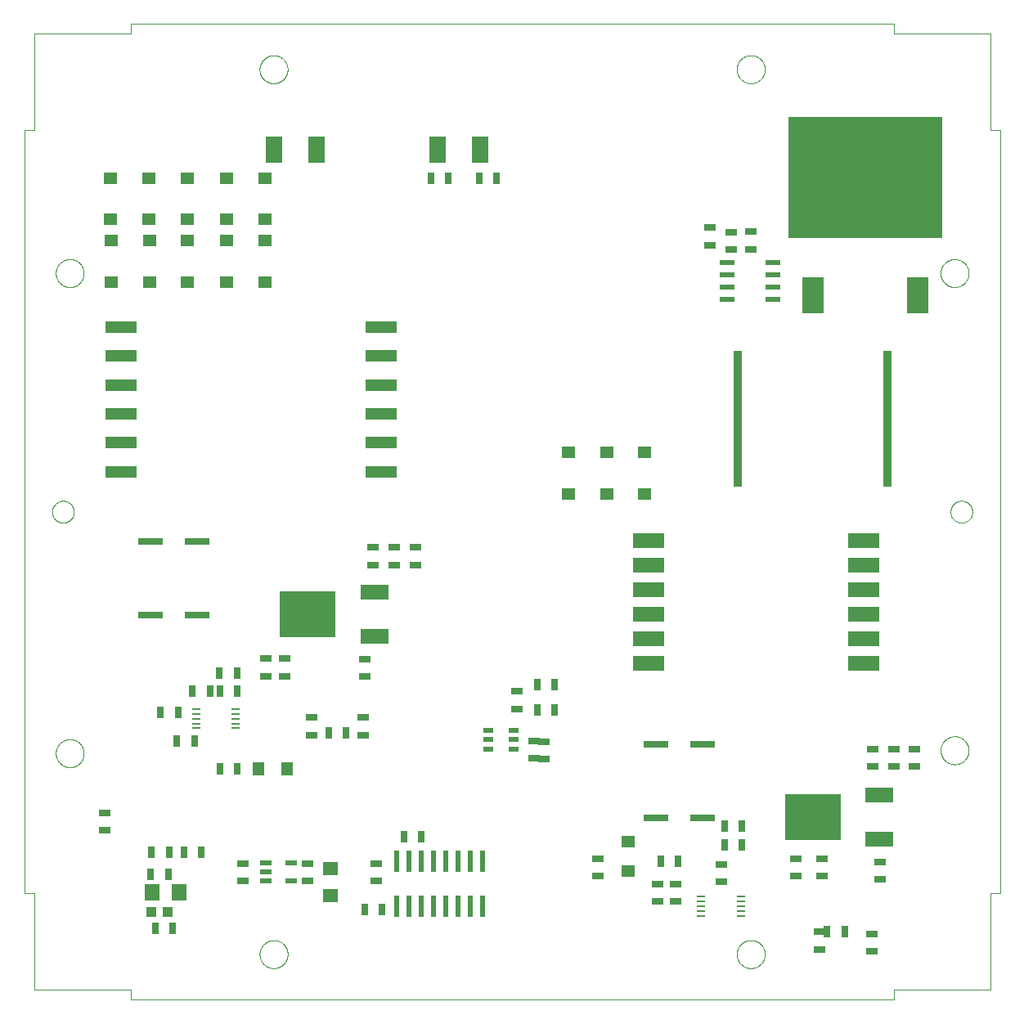
<source format=gtp>
G75*
%MOIN*%
%OFA0B0*%
%FSLAX25Y25*%
%IPPOS*%
%LPD*%
%AMOC8*
5,1,8,0,0,1.08239X$1,22.5*
%
%ADD10C,0.00000*%
%ADD11R,0.03150X0.04724*%
%ADD12R,0.05787X0.05000*%
%ADD13R,0.11811X0.06299*%
%ADD14R,0.22500X0.19000*%
%ADD15R,0.04724X0.03150*%
%ADD16R,0.03445X0.00984*%
%ADD17R,0.13000X0.05000*%
%ADD18R,0.04724X0.05512*%
%ADD19R,0.13000X0.06000*%
%ADD20R,0.05512X0.04724*%
%ADD21R,0.04134X0.02362*%
%ADD22R,0.06102X0.02362*%
%ADD23R,0.04331X0.03937*%
%ADD24R,0.06299X0.07087*%
%ADD25R,0.10236X0.03150*%
%ADD26R,0.09134X0.15000*%
%ADD27R,0.62795X0.49409*%
%ADD28R,0.03543X0.55512*%
%ADD29R,0.02208X0.08583*%
%ADD30R,0.07087X0.10630*%
%ADD31R,0.04724X0.02362*%
%ADD32R,0.06299X0.05512*%
D10*
X0021485Y0009674D02*
X0060855Y0009674D01*
X0060855Y0005737D01*
X0371879Y0005737D01*
X0371879Y0009674D01*
X0411249Y0009674D01*
X0411249Y0049044D01*
X0415186Y0049044D01*
X0415186Y0360068D01*
X0411249Y0360068D01*
X0411249Y0399438D01*
X0371879Y0399438D01*
X0371879Y0403375D01*
X0060855Y0403375D01*
X0060855Y0399438D01*
X0021485Y0399438D01*
X0021485Y0360068D01*
X0017548Y0360068D01*
X0017548Y0049044D01*
X0021485Y0049044D01*
X0021485Y0009674D01*
X0030343Y0106131D02*
X0030345Y0106282D01*
X0030351Y0106432D01*
X0030361Y0106583D01*
X0030375Y0106733D01*
X0030393Y0106882D01*
X0030414Y0107032D01*
X0030440Y0107180D01*
X0030470Y0107328D01*
X0030503Y0107475D01*
X0030541Y0107621D01*
X0030582Y0107766D01*
X0030627Y0107910D01*
X0030676Y0108052D01*
X0030729Y0108193D01*
X0030785Y0108333D01*
X0030845Y0108471D01*
X0030908Y0108608D01*
X0030976Y0108743D01*
X0031046Y0108876D01*
X0031120Y0109007D01*
X0031198Y0109136D01*
X0031279Y0109263D01*
X0031363Y0109388D01*
X0031451Y0109511D01*
X0031542Y0109631D01*
X0031636Y0109749D01*
X0031733Y0109864D01*
X0031833Y0109977D01*
X0031936Y0110087D01*
X0032042Y0110194D01*
X0032151Y0110299D01*
X0032262Y0110400D01*
X0032376Y0110499D01*
X0032492Y0110594D01*
X0032612Y0110687D01*
X0032733Y0110776D01*
X0032857Y0110862D01*
X0032983Y0110945D01*
X0033111Y0111024D01*
X0033241Y0111100D01*
X0033373Y0111173D01*
X0033507Y0111241D01*
X0033643Y0111307D01*
X0033781Y0111369D01*
X0033920Y0111427D01*
X0034060Y0111481D01*
X0034202Y0111532D01*
X0034345Y0111579D01*
X0034490Y0111622D01*
X0034635Y0111661D01*
X0034782Y0111697D01*
X0034929Y0111728D01*
X0035077Y0111756D01*
X0035226Y0111780D01*
X0035375Y0111800D01*
X0035525Y0111816D01*
X0035675Y0111828D01*
X0035826Y0111836D01*
X0035977Y0111840D01*
X0036127Y0111840D01*
X0036278Y0111836D01*
X0036429Y0111828D01*
X0036579Y0111816D01*
X0036729Y0111800D01*
X0036878Y0111780D01*
X0037027Y0111756D01*
X0037175Y0111728D01*
X0037322Y0111697D01*
X0037469Y0111661D01*
X0037614Y0111622D01*
X0037759Y0111579D01*
X0037902Y0111532D01*
X0038044Y0111481D01*
X0038184Y0111427D01*
X0038323Y0111369D01*
X0038461Y0111307D01*
X0038597Y0111241D01*
X0038731Y0111173D01*
X0038863Y0111100D01*
X0038993Y0111024D01*
X0039121Y0110945D01*
X0039247Y0110862D01*
X0039371Y0110776D01*
X0039492Y0110687D01*
X0039612Y0110594D01*
X0039728Y0110499D01*
X0039842Y0110400D01*
X0039953Y0110299D01*
X0040062Y0110194D01*
X0040168Y0110087D01*
X0040271Y0109977D01*
X0040371Y0109864D01*
X0040468Y0109749D01*
X0040562Y0109631D01*
X0040653Y0109511D01*
X0040741Y0109388D01*
X0040825Y0109263D01*
X0040906Y0109136D01*
X0040984Y0109007D01*
X0041058Y0108876D01*
X0041128Y0108743D01*
X0041196Y0108608D01*
X0041259Y0108471D01*
X0041319Y0108333D01*
X0041375Y0108193D01*
X0041428Y0108052D01*
X0041477Y0107910D01*
X0041522Y0107766D01*
X0041563Y0107621D01*
X0041601Y0107475D01*
X0041634Y0107328D01*
X0041664Y0107180D01*
X0041690Y0107032D01*
X0041711Y0106882D01*
X0041729Y0106733D01*
X0041743Y0106583D01*
X0041753Y0106432D01*
X0041759Y0106282D01*
X0041761Y0106131D01*
X0041759Y0105980D01*
X0041753Y0105830D01*
X0041743Y0105679D01*
X0041729Y0105529D01*
X0041711Y0105380D01*
X0041690Y0105230D01*
X0041664Y0105082D01*
X0041634Y0104934D01*
X0041601Y0104787D01*
X0041563Y0104641D01*
X0041522Y0104496D01*
X0041477Y0104352D01*
X0041428Y0104210D01*
X0041375Y0104069D01*
X0041319Y0103929D01*
X0041259Y0103791D01*
X0041196Y0103654D01*
X0041128Y0103519D01*
X0041058Y0103386D01*
X0040984Y0103255D01*
X0040906Y0103126D01*
X0040825Y0102999D01*
X0040741Y0102874D01*
X0040653Y0102751D01*
X0040562Y0102631D01*
X0040468Y0102513D01*
X0040371Y0102398D01*
X0040271Y0102285D01*
X0040168Y0102175D01*
X0040062Y0102068D01*
X0039953Y0101963D01*
X0039842Y0101862D01*
X0039728Y0101763D01*
X0039612Y0101668D01*
X0039492Y0101575D01*
X0039371Y0101486D01*
X0039247Y0101400D01*
X0039121Y0101317D01*
X0038993Y0101238D01*
X0038863Y0101162D01*
X0038731Y0101089D01*
X0038597Y0101021D01*
X0038461Y0100955D01*
X0038323Y0100893D01*
X0038184Y0100835D01*
X0038044Y0100781D01*
X0037902Y0100730D01*
X0037759Y0100683D01*
X0037614Y0100640D01*
X0037469Y0100601D01*
X0037322Y0100565D01*
X0037175Y0100534D01*
X0037027Y0100506D01*
X0036878Y0100482D01*
X0036729Y0100462D01*
X0036579Y0100446D01*
X0036429Y0100434D01*
X0036278Y0100426D01*
X0036127Y0100422D01*
X0035977Y0100422D01*
X0035826Y0100426D01*
X0035675Y0100434D01*
X0035525Y0100446D01*
X0035375Y0100462D01*
X0035226Y0100482D01*
X0035077Y0100506D01*
X0034929Y0100534D01*
X0034782Y0100565D01*
X0034635Y0100601D01*
X0034490Y0100640D01*
X0034345Y0100683D01*
X0034202Y0100730D01*
X0034060Y0100781D01*
X0033920Y0100835D01*
X0033781Y0100893D01*
X0033643Y0100955D01*
X0033507Y0101021D01*
X0033373Y0101089D01*
X0033241Y0101162D01*
X0033111Y0101238D01*
X0032983Y0101317D01*
X0032857Y0101400D01*
X0032733Y0101486D01*
X0032612Y0101575D01*
X0032492Y0101668D01*
X0032376Y0101763D01*
X0032262Y0101862D01*
X0032151Y0101963D01*
X0032042Y0102068D01*
X0031936Y0102175D01*
X0031833Y0102285D01*
X0031733Y0102398D01*
X0031636Y0102513D01*
X0031542Y0102631D01*
X0031451Y0102751D01*
X0031363Y0102874D01*
X0031279Y0102999D01*
X0031198Y0103126D01*
X0031120Y0103255D01*
X0031046Y0103386D01*
X0030976Y0103519D01*
X0030908Y0103654D01*
X0030845Y0103791D01*
X0030785Y0103929D01*
X0030729Y0104069D01*
X0030676Y0104210D01*
X0030627Y0104352D01*
X0030582Y0104496D01*
X0030541Y0104641D01*
X0030503Y0104787D01*
X0030470Y0104934D01*
X0030440Y0105082D01*
X0030414Y0105230D01*
X0030393Y0105380D01*
X0030375Y0105529D01*
X0030361Y0105679D01*
X0030351Y0105830D01*
X0030345Y0105980D01*
X0030343Y0106131D01*
X0113414Y0024241D02*
X0113416Y0024392D01*
X0113422Y0024542D01*
X0113432Y0024693D01*
X0113446Y0024843D01*
X0113464Y0024992D01*
X0113485Y0025142D01*
X0113511Y0025290D01*
X0113541Y0025438D01*
X0113574Y0025585D01*
X0113612Y0025731D01*
X0113653Y0025876D01*
X0113698Y0026020D01*
X0113747Y0026162D01*
X0113800Y0026303D01*
X0113856Y0026443D01*
X0113916Y0026581D01*
X0113979Y0026718D01*
X0114047Y0026853D01*
X0114117Y0026986D01*
X0114191Y0027117D01*
X0114269Y0027246D01*
X0114350Y0027373D01*
X0114434Y0027498D01*
X0114522Y0027621D01*
X0114613Y0027741D01*
X0114707Y0027859D01*
X0114804Y0027974D01*
X0114904Y0028087D01*
X0115007Y0028197D01*
X0115113Y0028304D01*
X0115222Y0028409D01*
X0115333Y0028510D01*
X0115447Y0028609D01*
X0115563Y0028704D01*
X0115683Y0028797D01*
X0115804Y0028886D01*
X0115928Y0028972D01*
X0116054Y0029055D01*
X0116182Y0029134D01*
X0116312Y0029210D01*
X0116444Y0029283D01*
X0116578Y0029351D01*
X0116714Y0029417D01*
X0116852Y0029479D01*
X0116991Y0029537D01*
X0117131Y0029591D01*
X0117273Y0029642D01*
X0117416Y0029689D01*
X0117561Y0029732D01*
X0117706Y0029771D01*
X0117853Y0029807D01*
X0118000Y0029838D01*
X0118148Y0029866D01*
X0118297Y0029890D01*
X0118446Y0029910D01*
X0118596Y0029926D01*
X0118746Y0029938D01*
X0118897Y0029946D01*
X0119048Y0029950D01*
X0119198Y0029950D01*
X0119349Y0029946D01*
X0119500Y0029938D01*
X0119650Y0029926D01*
X0119800Y0029910D01*
X0119949Y0029890D01*
X0120098Y0029866D01*
X0120246Y0029838D01*
X0120393Y0029807D01*
X0120540Y0029771D01*
X0120685Y0029732D01*
X0120830Y0029689D01*
X0120973Y0029642D01*
X0121115Y0029591D01*
X0121255Y0029537D01*
X0121394Y0029479D01*
X0121532Y0029417D01*
X0121668Y0029351D01*
X0121802Y0029283D01*
X0121934Y0029210D01*
X0122064Y0029134D01*
X0122192Y0029055D01*
X0122318Y0028972D01*
X0122442Y0028886D01*
X0122563Y0028797D01*
X0122683Y0028704D01*
X0122799Y0028609D01*
X0122913Y0028510D01*
X0123024Y0028409D01*
X0123133Y0028304D01*
X0123239Y0028197D01*
X0123342Y0028087D01*
X0123442Y0027974D01*
X0123539Y0027859D01*
X0123633Y0027741D01*
X0123724Y0027621D01*
X0123812Y0027498D01*
X0123896Y0027373D01*
X0123977Y0027246D01*
X0124055Y0027117D01*
X0124129Y0026986D01*
X0124199Y0026853D01*
X0124267Y0026718D01*
X0124330Y0026581D01*
X0124390Y0026443D01*
X0124446Y0026303D01*
X0124499Y0026162D01*
X0124548Y0026020D01*
X0124593Y0025876D01*
X0124634Y0025731D01*
X0124672Y0025585D01*
X0124705Y0025438D01*
X0124735Y0025290D01*
X0124761Y0025142D01*
X0124782Y0024992D01*
X0124800Y0024843D01*
X0124814Y0024693D01*
X0124824Y0024542D01*
X0124830Y0024392D01*
X0124832Y0024241D01*
X0124830Y0024090D01*
X0124824Y0023940D01*
X0124814Y0023789D01*
X0124800Y0023639D01*
X0124782Y0023490D01*
X0124761Y0023340D01*
X0124735Y0023192D01*
X0124705Y0023044D01*
X0124672Y0022897D01*
X0124634Y0022751D01*
X0124593Y0022606D01*
X0124548Y0022462D01*
X0124499Y0022320D01*
X0124446Y0022179D01*
X0124390Y0022039D01*
X0124330Y0021901D01*
X0124267Y0021764D01*
X0124199Y0021629D01*
X0124129Y0021496D01*
X0124055Y0021365D01*
X0123977Y0021236D01*
X0123896Y0021109D01*
X0123812Y0020984D01*
X0123724Y0020861D01*
X0123633Y0020741D01*
X0123539Y0020623D01*
X0123442Y0020508D01*
X0123342Y0020395D01*
X0123239Y0020285D01*
X0123133Y0020178D01*
X0123024Y0020073D01*
X0122913Y0019972D01*
X0122799Y0019873D01*
X0122683Y0019778D01*
X0122563Y0019685D01*
X0122442Y0019596D01*
X0122318Y0019510D01*
X0122192Y0019427D01*
X0122064Y0019348D01*
X0121934Y0019272D01*
X0121802Y0019199D01*
X0121668Y0019131D01*
X0121532Y0019065D01*
X0121394Y0019003D01*
X0121255Y0018945D01*
X0121115Y0018891D01*
X0120973Y0018840D01*
X0120830Y0018793D01*
X0120685Y0018750D01*
X0120540Y0018711D01*
X0120393Y0018675D01*
X0120246Y0018644D01*
X0120098Y0018616D01*
X0119949Y0018592D01*
X0119800Y0018572D01*
X0119650Y0018556D01*
X0119500Y0018544D01*
X0119349Y0018536D01*
X0119198Y0018532D01*
X0119048Y0018532D01*
X0118897Y0018536D01*
X0118746Y0018544D01*
X0118596Y0018556D01*
X0118446Y0018572D01*
X0118297Y0018592D01*
X0118148Y0018616D01*
X0118000Y0018644D01*
X0117853Y0018675D01*
X0117706Y0018711D01*
X0117561Y0018750D01*
X0117416Y0018793D01*
X0117273Y0018840D01*
X0117131Y0018891D01*
X0116991Y0018945D01*
X0116852Y0019003D01*
X0116714Y0019065D01*
X0116578Y0019131D01*
X0116444Y0019199D01*
X0116312Y0019272D01*
X0116182Y0019348D01*
X0116054Y0019427D01*
X0115928Y0019510D01*
X0115804Y0019596D01*
X0115683Y0019685D01*
X0115563Y0019778D01*
X0115447Y0019873D01*
X0115333Y0019972D01*
X0115222Y0020073D01*
X0115113Y0020178D01*
X0115007Y0020285D01*
X0114904Y0020395D01*
X0114804Y0020508D01*
X0114707Y0020623D01*
X0114613Y0020741D01*
X0114522Y0020861D01*
X0114434Y0020984D01*
X0114350Y0021109D01*
X0114269Y0021236D01*
X0114191Y0021365D01*
X0114117Y0021496D01*
X0114047Y0021629D01*
X0113979Y0021764D01*
X0113916Y0021901D01*
X0113856Y0022039D01*
X0113800Y0022179D01*
X0113747Y0022320D01*
X0113698Y0022462D01*
X0113653Y0022606D01*
X0113612Y0022751D01*
X0113574Y0022897D01*
X0113541Y0023044D01*
X0113511Y0023192D01*
X0113485Y0023340D01*
X0113464Y0023490D01*
X0113446Y0023639D01*
X0113432Y0023789D01*
X0113422Y0023940D01*
X0113416Y0024090D01*
X0113414Y0024241D01*
X0028847Y0204556D02*
X0028849Y0204689D01*
X0028855Y0204822D01*
X0028865Y0204955D01*
X0028879Y0205087D01*
X0028897Y0205219D01*
X0028918Y0205350D01*
X0028944Y0205481D01*
X0028974Y0205611D01*
X0029007Y0205740D01*
X0029045Y0205867D01*
X0029086Y0205994D01*
X0029131Y0206119D01*
X0029179Y0206243D01*
X0029232Y0206366D01*
X0029288Y0206486D01*
X0029347Y0206605D01*
X0029410Y0206723D01*
X0029477Y0206838D01*
X0029547Y0206951D01*
X0029620Y0207062D01*
X0029697Y0207171D01*
X0029777Y0207278D01*
X0029860Y0207382D01*
X0029946Y0207483D01*
X0030035Y0207582D01*
X0030127Y0207678D01*
X0030221Y0207772D01*
X0030319Y0207862D01*
X0030419Y0207950D01*
X0030522Y0208034D01*
X0030627Y0208116D01*
X0030735Y0208194D01*
X0030845Y0208269D01*
X0030957Y0208341D01*
X0031072Y0208409D01*
X0031188Y0208474D01*
X0031306Y0208535D01*
X0031426Y0208593D01*
X0031547Y0208647D01*
X0031671Y0208697D01*
X0031795Y0208744D01*
X0031921Y0208787D01*
X0032048Y0208826D01*
X0032177Y0208862D01*
X0032306Y0208893D01*
X0032436Y0208921D01*
X0032567Y0208945D01*
X0032699Y0208965D01*
X0032831Y0208981D01*
X0032964Y0208993D01*
X0033096Y0209001D01*
X0033229Y0209005D01*
X0033363Y0209005D01*
X0033496Y0209001D01*
X0033628Y0208993D01*
X0033761Y0208981D01*
X0033893Y0208965D01*
X0034025Y0208945D01*
X0034156Y0208921D01*
X0034286Y0208893D01*
X0034415Y0208862D01*
X0034544Y0208826D01*
X0034671Y0208787D01*
X0034797Y0208744D01*
X0034921Y0208697D01*
X0035045Y0208647D01*
X0035166Y0208593D01*
X0035286Y0208535D01*
X0035404Y0208474D01*
X0035521Y0208409D01*
X0035635Y0208341D01*
X0035747Y0208269D01*
X0035857Y0208194D01*
X0035965Y0208116D01*
X0036070Y0208034D01*
X0036173Y0207950D01*
X0036273Y0207862D01*
X0036371Y0207772D01*
X0036465Y0207678D01*
X0036557Y0207582D01*
X0036646Y0207483D01*
X0036732Y0207382D01*
X0036815Y0207278D01*
X0036895Y0207171D01*
X0036972Y0207062D01*
X0037045Y0206951D01*
X0037115Y0206838D01*
X0037182Y0206723D01*
X0037245Y0206605D01*
X0037304Y0206486D01*
X0037360Y0206366D01*
X0037413Y0206243D01*
X0037461Y0206119D01*
X0037506Y0205994D01*
X0037547Y0205867D01*
X0037585Y0205740D01*
X0037618Y0205611D01*
X0037648Y0205481D01*
X0037674Y0205350D01*
X0037695Y0205219D01*
X0037713Y0205087D01*
X0037727Y0204955D01*
X0037737Y0204822D01*
X0037743Y0204689D01*
X0037745Y0204556D01*
X0037743Y0204423D01*
X0037737Y0204290D01*
X0037727Y0204157D01*
X0037713Y0204025D01*
X0037695Y0203893D01*
X0037674Y0203762D01*
X0037648Y0203631D01*
X0037618Y0203501D01*
X0037585Y0203372D01*
X0037547Y0203245D01*
X0037506Y0203118D01*
X0037461Y0202993D01*
X0037413Y0202869D01*
X0037360Y0202746D01*
X0037304Y0202626D01*
X0037245Y0202507D01*
X0037182Y0202389D01*
X0037115Y0202274D01*
X0037045Y0202161D01*
X0036972Y0202050D01*
X0036895Y0201941D01*
X0036815Y0201834D01*
X0036732Y0201730D01*
X0036646Y0201629D01*
X0036557Y0201530D01*
X0036465Y0201434D01*
X0036371Y0201340D01*
X0036273Y0201250D01*
X0036173Y0201162D01*
X0036070Y0201078D01*
X0035965Y0200996D01*
X0035857Y0200918D01*
X0035747Y0200843D01*
X0035635Y0200771D01*
X0035520Y0200703D01*
X0035404Y0200638D01*
X0035286Y0200577D01*
X0035166Y0200519D01*
X0035045Y0200465D01*
X0034921Y0200415D01*
X0034797Y0200368D01*
X0034671Y0200325D01*
X0034544Y0200286D01*
X0034415Y0200250D01*
X0034286Y0200219D01*
X0034156Y0200191D01*
X0034025Y0200167D01*
X0033893Y0200147D01*
X0033761Y0200131D01*
X0033628Y0200119D01*
X0033496Y0200111D01*
X0033363Y0200107D01*
X0033229Y0200107D01*
X0033096Y0200111D01*
X0032964Y0200119D01*
X0032831Y0200131D01*
X0032699Y0200147D01*
X0032567Y0200167D01*
X0032436Y0200191D01*
X0032306Y0200219D01*
X0032177Y0200250D01*
X0032048Y0200286D01*
X0031921Y0200325D01*
X0031795Y0200368D01*
X0031671Y0200415D01*
X0031547Y0200465D01*
X0031426Y0200519D01*
X0031306Y0200577D01*
X0031188Y0200638D01*
X0031071Y0200703D01*
X0030957Y0200771D01*
X0030845Y0200843D01*
X0030735Y0200918D01*
X0030627Y0200996D01*
X0030522Y0201078D01*
X0030419Y0201162D01*
X0030319Y0201250D01*
X0030221Y0201340D01*
X0030127Y0201434D01*
X0030035Y0201530D01*
X0029946Y0201629D01*
X0029860Y0201730D01*
X0029777Y0201834D01*
X0029697Y0201941D01*
X0029620Y0202050D01*
X0029547Y0202161D01*
X0029477Y0202274D01*
X0029410Y0202389D01*
X0029347Y0202507D01*
X0029288Y0202626D01*
X0029232Y0202746D01*
X0029179Y0202869D01*
X0029131Y0202993D01*
X0029086Y0203118D01*
X0029045Y0203245D01*
X0029007Y0203372D01*
X0028974Y0203501D01*
X0028944Y0203631D01*
X0028918Y0203762D01*
X0028897Y0203893D01*
X0028879Y0204025D01*
X0028865Y0204157D01*
X0028855Y0204290D01*
X0028849Y0204423D01*
X0028847Y0204556D01*
X0030343Y0301800D02*
X0030345Y0301951D01*
X0030351Y0302101D01*
X0030361Y0302252D01*
X0030375Y0302402D01*
X0030393Y0302551D01*
X0030414Y0302701D01*
X0030440Y0302849D01*
X0030470Y0302997D01*
X0030503Y0303144D01*
X0030541Y0303290D01*
X0030582Y0303435D01*
X0030627Y0303579D01*
X0030676Y0303721D01*
X0030729Y0303862D01*
X0030785Y0304002D01*
X0030845Y0304140D01*
X0030908Y0304277D01*
X0030976Y0304412D01*
X0031046Y0304545D01*
X0031120Y0304676D01*
X0031198Y0304805D01*
X0031279Y0304932D01*
X0031363Y0305057D01*
X0031451Y0305180D01*
X0031542Y0305300D01*
X0031636Y0305418D01*
X0031733Y0305533D01*
X0031833Y0305646D01*
X0031936Y0305756D01*
X0032042Y0305863D01*
X0032151Y0305968D01*
X0032262Y0306069D01*
X0032376Y0306168D01*
X0032492Y0306263D01*
X0032612Y0306356D01*
X0032733Y0306445D01*
X0032857Y0306531D01*
X0032983Y0306614D01*
X0033111Y0306693D01*
X0033241Y0306769D01*
X0033373Y0306842D01*
X0033507Y0306910D01*
X0033643Y0306976D01*
X0033781Y0307038D01*
X0033920Y0307096D01*
X0034060Y0307150D01*
X0034202Y0307201D01*
X0034345Y0307248D01*
X0034490Y0307291D01*
X0034635Y0307330D01*
X0034782Y0307366D01*
X0034929Y0307397D01*
X0035077Y0307425D01*
X0035226Y0307449D01*
X0035375Y0307469D01*
X0035525Y0307485D01*
X0035675Y0307497D01*
X0035826Y0307505D01*
X0035977Y0307509D01*
X0036127Y0307509D01*
X0036278Y0307505D01*
X0036429Y0307497D01*
X0036579Y0307485D01*
X0036729Y0307469D01*
X0036878Y0307449D01*
X0037027Y0307425D01*
X0037175Y0307397D01*
X0037322Y0307366D01*
X0037469Y0307330D01*
X0037614Y0307291D01*
X0037759Y0307248D01*
X0037902Y0307201D01*
X0038044Y0307150D01*
X0038184Y0307096D01*
X0038323Y0307038D01*
X0038461Y0306976D01*
X0038597Y0306910D01*
X0038731Y0306842D01*
X0038863Y0306769D01*
X0038993Y0306693D01*
X0039121Y0306614D01*
X0039247Y0306531D01*
X0039371Y0306445D01*
X0039492Y0306356D01*
X0039612Y0306263D01*
X0039728Y0306168D01*
X0039842Y0306069D01*
X0039953Y0305968D01*
X0040062Y0305863D01*
X0040168Y0305756D01*
X0040271Y0305646D01*
X0040371Y0305533D01*
X0040468Y0305418D01*
X0040562Y0305300D01*
X0040653Y0305180D01*
X0040741Y0305057D01*
X0040825Y0304932D01*
X0040906Y0304805D01*
X0040984Y0304676D01*
X0041058Y0304545D01*
X0041128Y0304412D01*
X0041196Y0304277D01*
X0041259Y0304140D01*
X0041319Y0304002D01*
X0041375Y0303862D01*
X0041428Y0303721D01*
X0041477Y0303579D01*
X0041522Y0303435D01*
X0041563Y0303290D01*
X0041601Y0303144D01*
X0041634Y0302997D01*
X0041664Y0302849D01*
X0041690Y0302701D01*
X0041711Y0302551D01*
X0041729Y0302402D01*
X0041743Y0302252D01*
X0041753Y0302101D01*
X0041759Y0301951D01*
X0041761Y0301800D01*
X0041759Y0301649D01*
X0041753Y0301499D01*
X0041743Y0301348D01*
X0041729Y0301198D01*
X0041711Y0301049D01*
X0041690Y0300899D01*
X0041664Y0300751D01*
X0041634Y0300603D01*
X0041601Y0300456D01*
X0041563Y0300310D01*
X0041522Y0300165D01*
X0041477Y0300021D01*
X0041428Y0299879D01*
X0041375Y0299738D01*
X0041319Y0299598D01*
X0041259Y0299460D01*
X0041196Y0299323D01*
X0041128Y0299188D01*
X0041058Y0299055D01*
X0040984Y0298924D01*
X0040906Y0298795D01*
X0040825Y0298668D01*
X0040741Y0298543D01*
X0040653Y0298420D01*
X0040562Y0298300D01*
X0040468Y0298182D01*
X0040371Y0298067D01*
X0040271Y0297954D01*
X0040168Y0297844D01*
X0040062Y0297737D01*
X0039953Y0297632D01*
X0039842Y0297531D01*
X0039728Y0297432D01*
X0039612Y0297337D01*
X0039492Y0297244D01*
X0039371Y0297155D01*
X0039247Y0297069D01*
X0039121Y0296986D01*
X0038993Y0296907D01*
X0038863Y0296831D01*
X0038731Y0296758D01*
X0038597Y0296690D01*
X0038461Y0296624D01*
X0038323Y0296562D01*
X0038184Y0296504D01*
X0038044Y0296450D01*
X0037902Y0296399D01*
X0037759Y0296352D01*
X0037614Y0296309D01*
X0037469Y0296270D01*
X0037322Y0296234D01*
X0037175Y0296203D01*
X0037027Y0296175D01*
X0036878Y0296151D01*
X0036729Y0296131D01*
X0036579Y0296115D01*
X0036429Y0296103D01*
X0036278Y0296095D01*
X0036127Y0296091D01*
X0035977Y0296091D01*
X0035826Y0296095D01*
X0035675Y0296103D01*
X0035525Y0296115D01*
X0035375Y0296131D01*
X0035226Y0296151D01*
X0035077Y0296175D01*
X0034929Y0296203D01*
X0034782Y0296234D01*
X0034635Y0296270D01*
X0034490Y0296309D01*
X0034345Y0296352D01*
X0034202Y0296399D01*
X0034060Y0296450D01*
X0033920Y0296504D01*
X0033781Y0296562D01*
X0033643Y0296624D01*
X0033507Y0296690D01*
X0033373Y0296758D01*
X0033241Y0296831D01*
X0033111Y0296907D01*
X0032983Y0296986D01*
X0032857Y0297069D01*
X0032733Y0297155D01*
X0032612Y0297244D01*
X0032492Y0297337D01*
X0032376Y0297432D01*
X0032262Y0297531D01*
X0032151Y0297632D01*
X0032042Y0297737D01*
X0031936Y0297844D01*
X0031833Y0297954D01*
X0031733Y0298067D01*
X0031636Y0298182D01*
X0031542Y0298300D01*
X0031451Y0298420D01*
X0031363Y0298543D01*
X0031279Y0298668D01*
X0031198Y0298795D01*
X0031120Y0298924D01*
X0031046Y0299055D01*
X0030976Y0299188D01*
X0030908Y0299323D01*
X0030845Y0299460D01*
X0030785Y0299598D01*
X0030729Y0299738D01*
X0030676Y0299879D01*
X0030627Y0300021D01*
X0030582Y0300165D01*
X0030541Y0300310D01*
X0030503Y0300456D01*
X0030470Y0300603D01*
X0030440Y0300751D01*
X0030414Y0300899D01*
X0030393Y0301049D01*
X0030375Y0301198D01*
X0030361Y0301348D01*
X0030351Y0301499D01*
X0030345Y0301649D01*
X0030343Y0301800D01*
X0113414Y0384871D02*
X0113416Y0385022D01*
X0113422Y0385172D01*
X0113432Y0385323D01*
X0113446Y0385473D01*
X0113464Y0385622D01*
X0113485Y0385772D01*
X0113511Y0385920D01*
X0113541Y0386068D01*
X0113574Y0386215D01*
X0113612Y0386361D01*
X0113653Y0386506D01*
X0113698Y0386650D01*
X0113747Y0386792D01*
X0113800Y0386933D01*
X0113856Y0387073D01*
X0113916Y0387211D01*
X0113979Y0387348D01*
X0114047Y0387483D01*
X0114117Y0387616D01*
X0114191Y0387747D01*
X0114269Y0387876D01*
X0114350Y0388003D01*
X0114434Y0388128D01*
X0114522Y0388251D01*
X0114613Y0388371D01*
X0114707Y0388489D01*
X0114804Y0388604D01*
X0114904Y0388717D01*
X0115007Y0388827D01*
X0115113Y0388934D01*
X0115222Y0389039D01*
X0115333Y0389140D01*
X0115447Y0389239D01*
X0115563Y0389334D01*
X0115683Y0389427D01*
X0115804Y0389516D01*
X0115928Y0389602D01*
X0116054Y0389685D01*
X0116182Y0389764D01*
X0116312Y0389840D01*
X0116444Y0389913D01*
X0116578Y0389981D01*
X0116714Y0390047D01*
X0116852Y0390109D01*
X0116991Y0390167D01*
X0117131Y0390221D01*
X0117273Y0390272D01*
X0117416Y0390319D01*
X0117561Y0390362D01*
X0117706Y0390401D01*
X0117853Y0390437D01*
X0118000Y0390468D01*
X0118148Y0390496D01*
X0118297Y0390520D01*
X0118446Y0390540D01*
X0118596Y0390556D01*
X0118746Y0390568D01*
X0118897Y0390576D01*
X0119048Y0390580D01*
X0119198Y0390580D01*
X0119349Y0390576D01*
X0119500Y0390568D01*
X0119650Y0390556D01*
X0119800Y0390540D01*
X0119949Y0390520D01*
X0120098Y0390496D01*
X0120246Y0390468D01*
X0120393Y0390437D01*
X0120540Y0390401D01*
X0120685Y0390362D01*
X0120830Y0390319D01*
X0120973Y0390272D01*
X0121115Y0390221D01*
X0121255Y0390167D01*
X0121394Y0390109D01*
X0121532Y0390047D01*
X0121668Y0389981D01*
X0121802Y0389913D01*
X0121934Y0389840D01*
X0122064Y0389764D01*
X0122192Y0389685D01*
X0122318Y0389602D01*
X0122442Y0389516D01*
X0122563Y0389427D01*
X0122683Y0389334D01*
X0122799Y0389239D01*
X0122913Y0389140D01*
X0123024Y0389039D01*
X0123133Y0388934D01*
X0123239Y0388827D01*
X0123342Y0388717D01*
X0123442Y0388604D01*
X0123539Y0388489D01*
X0123633Y0388371D01*
X0123724Y0388251D01*
X0123812Y0388128D01*
X0123896Y0388003D01*
X0123977Y0387876D01*
X0124055Y0387747D01*
X0124129Y0387616D01*
X0124199Y0387483D01*
X0124267Y0387348D01*
X0124330Y0387211D01*
X0124390Y0387073D01*
X0124446Y0386933D01*
X0124499Y0386792D01*
X0124548Y0386650D01*
X0124593Y0386506D01*
X0124634Y0386361D01*
X0124672Y0386215D01*
X0124705Y0386068D01*
X0124735Y0385920D01*
X0124761Y0385772D01*
X0124782Y0385622D01*
X0124800Y0385473D01*
X0124814Y0385323D01*
X0124824Y0385172D01*
X0124830Y0385022D01*
X0124832Y0384871D01*
X0124830Y0384720D01*
X0124824Y0384570D01*
X0124814Y0384419D01*
X0124800Y0384269D01*
X0124782Y0384120D01*
X0124761Y0383970D01*
X0124735Y0383822D01*
X0124705Y0383674D01*
X0124672Y0383527D01*
X0124634Y0383381D01*
X0124593Y0383236D01*
X0124548Y0383092D01*
X0124499Y0382950D01*
X0124446Y0382809D01*
X0124390Y0382669D01*
X0124330Y0382531D01*
X0124267Y0382394D01*
X0124199Y0382259D01*
X0124129Y0382126D01*
X0124055Y0381995D01*
X0123977Y0381866D01*
X0123896Y0381739D01*
X0123812Y0381614D01*
X0123724Y0381491D01*
X0123633Y0381371D01*
X0123539Y0381253D01*
X0123442Y0381138D01*
X0123342Y0381025D01*
X0123239Y0380915D01*
X0123133Y0380808D01*
X0123024Y0380703D01*
X0122913Y0380602D01*
X0122799Y0380503D01*
X0122683Y0380408D01*
X0122563Y0380315D01*
X0122442Y0380226D01*
X0122318Y0380140D01*
X0122192Y0380057D01*
X0122064Y0379978D01*
X0121934Y0379902D01*
X0121802Y0379829D01*
X0121668Y0379761D01*
X0121532Y0379695D01*
X0121394Y0379633D01*
X0121255Y0379575D01*
X0121115Y0379521D01*
X0120973Y0379470D01*
X0120830Y0379423D01*
X0120685Y0379380D01*
X0120540Y0379341D01*
X0120393Y0379305D01*
X0120246Y0379274D01*
X0120098Y0379246D01*
X0119949Y0379222D01*
X0119800Y0379202D01*
X0119650Y0379186D01*
X0119500Y0379174D01*
X0119349Y0379166D01*
X0119198Y0379162D01*
X0119048Y0379162D01*
X0118897Y0379166D01*
X0118746Y0379174D01*
X0118596Y0379186D01*
X0118446Y0379202D01*
X0118297Y0379222D01*
X0118148Y0379246D01*
X0118000Y0379274D01*
X0117853Y0379305D01*
X0117706Y0379341D01*
X0117561Y0379380D01*
X0117416Y0379423D01*
X0117273Y0379470D01*
X0117131Y0379521D01*
X0116991Y0379575D01*
X0116852Y0379633D01*
X0116714Y0379695D01*
X0116578Y0379761D01*
X0116444Y0379829D01*
X0116312Y0379902D01*
X0116182Y0379978D01*
X0116054Y0380057D01*
X0115928Y0380140D01*
X0115804Y0380226D01*
X0115683Y0380315D01*
X0115563Y0380408D01*
X0115447Y0380503D01*
X0115333Y0380602D01*
X0115222Y0380703D01*
X0115113Y0380808D01*
X0115007Y0380915D01*
X0114904Y0381025D01*
X0114804Y0381138D01*
X0114707Y0381253D01*
X0114613Y0381371D01*
X0114522Y0381491D01*
X0114434Y0381614D01*
X0114350Y0381739D01*
X0114269Y0381866D01*
X0114191Y0381995D01*
X0114117Y0382126D01*
X0114047Y0382259D01*
X0113979Y0382394D01*
X0113916Y0382531D01*
X0113856Y0382669D01*
X0113800Y0382809D01*
X0113747Y0382950D01*
X0113698Y0383092D01*
X0113653Y0383236D01*
X0113612Y0383381D01*
X0113574Y0383527D01*
X0113541Y0383674D01*
X0113511Y0383822D01*
X0113485Y0383970D01*
X0113464Y0384120D01*
X0113446Y0384269D01*
X0113432Y0384419D01*
X0113422Y0384570D01*
X0113416Y0384720D01*
X0113414Y0384871D01*
X0307902Y0384871D02*
X0307904Y0385022D01*
X0307910Y0385172D01*
X0307920Y0385323D01*
X0307934Y0385473D01*
X0307952Y0385622D01*
X0307973Y0385772D01*
X0307999Y0385920D01*
X0308029Y0386068D01*
X0308062Y0386215D01*
X0308100Y0386361D01*
X0308141Y0386506D01*
X0308186Y0386650D01*
X0308235Y0386792D01*
X0308288Y0386933D01*
X0308344Y0387073D01*
X0308404Y0387211D01*
X0308467Y0387348D01*
X0308535Y0387483D01*
X0308605Y0387616D01*
X0308679Y0387747D01*
X0308757Y0387876D01*
X0308838Y0388003D01*
X0308922Y0388128D01*
X0309010Y0388251D01*
X0309101Y0388371D01*
X0309195Y0388489D01*
X0309292Y0388604D01*
X0309392Y0388717D01*
X0309495Y0388827D01*
X0309601Y0388934D01*
X0309710Y0389039D01*
X0309821Y0389140D01*
X0309935Y0389239D01*
X0310051Y0389334D01*
X0310171Y0389427D01*
X0310292Y0389516D01*
X0310416Y0389602D01*
X0310542Y0389685D01*
X0310670Y0389764D01*
X0310800Y0389840D01*
X0310932Y0389913D01*
X0311066Y0389981D01*
X0311202Y0390047D01*
X0311340Y0390109D01*
X0311479Y0390167D01*
X0311619Y0390221D01*
X0311761Y0390272D01*
X0311904Y0390319D01*
X0312049Y0390362D01*
X0312194Y0390401D01*
X0312341Y0390437D01*
X0312488Y0390468D01*
X0312636Y0390496D01*
X0312785Y0390520D01*
X0312934Y0390540D01*
X0313084Y0390556D01*
X0313234Y0390568D01*
X0313385Y0390576D01*
X0313536Y0390580D01*
X0313686Y0390580D01*
X0313837Y0390576D01*
X0313988Y0390568D01*
X0314138Y0390556D01*
X0314288Y0390540D01*
X0314437Y0390520D01*
X0314586Y0390496D01*
X0314734Y0390468D01*
X0314881Y0390437D01*
X0315028Y0390401D01*
X0315173Y0390362D01*
X0315318Y0390319D01*
X0315461Y0390272D01*
X0315603Y0390221D01*
X0315743Y0390167D01*
X0315882Y0390109D01*
X0316020Y0390047D01*
X0316156Y0389981D01*
X0316290Y0389913D01*
X0316422Y0389840D01*
X0316552Y0389764D01*
X0316680Y0389685D01*
X0316806Y0389602D01*
X0316930Y0389516D01*
X0317051Y0389427D01*
X0317171Y0389334D01*
X0317287Y0389239D01*
X0317401Y0389140D01*
X0317512Y0389039D01*
X0317621Y0388934D01*
X0317727Y0388827D01*
X0317830Y0388717D01*
X0317930Y0388604D01*
X0318027Y0388489D01*
X0318121Y0388371D01*
X0318212Y0388251D01*
X0318300Y0388128D01*
X0318384Y0388003D01*
X0318465Y0387876D01*
X0318543Y0387747D01*
X0318617Y0387616D01*
X0318687Y0387483D01*
X0318755Y0387348D01*
X0318818Y0387211D01*
X0318878Y0387073D01*
X0318934Y0386933D01*
X0318987Y0386792D01*
X0319036Y0386650D01*
X0319081Y0386506D01*
X0319122Y0386361D01*
X0319160Y0386215D01*
X0319193Y0386068D01*
X0319223Y0385920D01*
X0319249Y0385772D01*
X0319270Y0385622D01*
X0319288Y0385473D01*
X0319302Y0385323D01*
X0319312Y0385172D01*
X0319318Y0385022D01*
X0319320Y0384871D01*
X0319318Y0384720D01*
X0319312Y0384570D01*
X0319302Y0384419D01*
X0319288Y0384269D01*
X0319270Y0384120D01*
X0319249Y0383970D01*
X0319223Y0383822D01*
X0319193Y0383674D01*
X0319160Y0383527D01*
X0319122Y0383381D01*
X0319081Y0383236D01*
X0319036Y0383092D01*
X0318987Y0382950D01*
X0318934Y0382809D01*
X0318878Y0382669D01*
X0318818Y0382531D01*
X0318755Y0382394D01*
X0318687Y0382259D01*
X0318617Y0382126D01*
X0318543Y0381995D01*
X0318465Y0381866D01*
X0318384Y0381739D01*
X0318300Y0381614D01*
X0318212Y0381491D01*
X0318121Y0381371D01*
X0318027Y0381253D01*
X0317930Y0381138D01*
X0317830Y0381025D01*
X0317727Y0380915D01*
X0317621Y0380808D01*
X0317512Y0380703D01*
X0317401Y0380602D01*
X0317287Y0380503D01*
X0317171Y0380408D01*
X0317051Y0380315D01*
X0316930Y0380226D01*
X0316806Y0380140D01*
X0316680Y0380057D01*
X0316552Y0379978D01*
X0316422Y0379902D01*
X0316290Y0379829D01*
X0316156Y0379761D01*
X0316020Y0379695D01*
X0315882Y0379633D01*
X0315743Y0379575D01*
X0315603Y0379521D01*
X0315461Y0379470D01*
X0315318Y0379423D01*
X0315173Y0379380D01*
X0315028Y0379341D01*
X0314881Y0379305D01*
X0314734Y0379274D01*
X0314586Y0379246D01*
X0314437Y0379222D01*
X0314288Y0379202D01*
X0314138Y0379186D01*
X0313988Y0379174D01*
X0313837Y0379166D01*
X0313686Y0379162D01*
X0313536Y0379162D01*
X0313385Y0379166D01*
X0313234Y0379174D01*
X0313084Y0379186D01*
X0312934Y0379202D01*
X0312785Y0379222D01*
X0312636Y0379246D01*
X0312488Y0379274D01*
X0312341Y0379305D01*
X0312194Y0379341D01*
X0312049Y0379380D01*
X0311904Y0379423D01*
X0311761Y0379470D01*
X0311619Y0379521D01*
X0311479Y0379575D01*
X0311340Y0379633D01*
X0311202Y0379695D01*
X0311066Y0379761D01*
X0310932Y0379829D01*
X0310800Y0379902D01*
X0310670Y0379978D01*
X0310542Y0380057D01*
X0310416Y0380140D01*
X0310292Y0380226D01*
X0310171Y0380315D01*
X0310051Y0380408D01*
X0309935Y0380503D01*
X0309821Y0380602D01*
X0309710Y0380703D01*
X0309601Y0380808D01*
X0309495Y0380915D01*
X0309392Y0381025D01*
X0309292Y0381138D01*
X0309195Y0381253D01*
X0309101Y0381371D01*
X0309010Y0381491D01*
X0308922Y0381614D01*
X0308838Y0381739D01*
X0308757Y0381866D01*
X0308679Y0381995D01*
X0308605Y0382126D01*
X0308535Y0382259D01*
X0308467Y0382394D01*
X0308404Y0382531D01*
X0308344Y0382669D01*
X0308288Y0382809D01*
X0308235Y0382950D01*
X0308186Y0383092D01*
X0308141Y0383236D01*
X0308100Y0383381D01*
X0308062Y0383527D01*
X0308029Y0383674D01*
X0307999Y0383822D01*
X0307973Y0383970D01*
X0307952Y0384120D01*
X0307934Y0384269D01*
X0307920Y0384419D01*
X0307910Y0384570D01*
X0307904Y0384720D01*
X0307902Y0384871D01*
X0390973Y0301800D02*
X0390975Y0301951D01*
X0390981Y0302101D01*
X0390991Y0302252D01*
X0391005Y0302402D01*
X0391023Y0302551D01*
X0391044Y0302701D01*
X0391070Y0302849D01*
X0391100Y0302997D01*
X0391133Y0303144D01*
X0391171Y0303290D01*
X0391212Y0303435D01*
X0391257Y0303579D01*
X0391306Y0303721D01*
X0391359Y0303862D01*
X0391415Y0304002D01*
X0391475Y0304140D01*
X0391538Y0304277D01*
X0391606Y0304412D01*
X0391676Y0304545D01*
X0391750Y0304676D01*
X0391828Y0304805D01*
X0391909Y0304932D01*
X0391993Y0305057D01*
X0392081Y0305180D01*
X0392172Y0305300D01*
X0392266Y0305418D01*
X0392363Y0305533D01*
X0392463Y0305646D01*
X0392566Y0305756D01*
X0392672Y0305863D01*
X0392781Y0305968D01*
X0392892Y0306069D01*
X0393006Y0306168D01*
X0393122Y0306263D01*
X0393242Y0306356D01*
X0393363Y0306445D01*
X0393487Y0306531D01*
X0393613Y0306614D01*
X0393741Y0306693D01*
X0393871Y0306769D01*
X0394003Y0306842D01*
X0394137Y0306910D01*
X0394273Y0306976D01*
X0394411Y0307038D01*
X0394550Y0307096D01*
X0394690Y0307150D01*
X0394832Y0307201D01*
X0394975Y0307248D01*
X0395120Y0307291D01*
X0395265Y0307330D01*
X0395412Y0307366D01*
X0395559Y0307397D01*
X0395707Y0307425D01*
X0395856Y0307449D01*
X0396005Y0307469D01*
X0396155Y0307485D01*
X0396305Y0307497D01*
X0396456Y0307505D01*
X0396607Y0307509D01*
X0396757Y0307509D01*
X0396908Y0307505D01*
X0397059Y0307497D01*
X0397209Y0307485D01*
X0397359Y0307469D01*
X0397508Y0307449D01*
X0397657Y0307425D01*
X0397805Y0307397D01*
X0397952Y0307366D01*
X0398099Y0307330D01*
X0398244Y0307291D01*
X0398389Y0307248D01*
X0398532Y0307201D01*
X0398674Y0307150D01*
X0398814Y0307096D01*
X0398953Y0307038D01*
X0399091Y0306976D01*
X0399227Y0306910D01*
X0399361Y0306842D01*
X0399493Y0306769D01*
X0399623Y0306693D01*
X0399751Y0306614D01*
X0399877Y0306531D01*
X0400001Y0306445D01*
X0400122Y0306356D01*
X0400242Y0306263D01*
X0400358Y0306168D01*
X0400472Y0306069D01*
X0400583Y0305968D01*
X0400692Y0305863D01*
X0400798Y0305756D01*
X0400901Y0305646D01*
X0401001Y0305533D01*
X0401098Y0305418D01*
X0401192Y0305300D01*
X0401283Y0305180D01*
X0401371Y0305057D01*
X0401455Y0304932D01*
X0401536Y0304805D01*
X0401614Y0304676D01*
X0401688Y0304545D01*
X0401758Y0304412D01*
X0401826Y0304277D01*
X0401889Y0304140D01*
X0401949Y0304002D01*
X0402005Y0303862D01*
X0402058Y0303721D01*
X0402107Y0303579D01*
X0402152Y0303435D01*
X0402193Y0303290D01*
X0402231Y0303144D01*
X0402264Y0302997D01*
X0402294Y0302849D01*
X0402320Y0302701D01*
X0402341Y0302551D01*
X0402359Y0302402D01*
X0402373Y0302252D01*
X0402383Y0302101D01*
X0402389Y0301951D01*
X0402391Y0301800D01*
X0402389Y0301649D01*
X0402383Y0301499D01*
X0402373Y0301348D01*
X0402359Y0301198D01*
X0402341Y0301049D01*
X0402320Y0300899D01*
X0402294Y0300751D01*
X0402264Y0300603D01*
X0402231Y0300456D01*
X0402193Y0300310D01*
X0402152Y0300165D01*
X0402107Y0300021D01*
X0402058Y0299879D01*
X0402005Y0299738D01*
X0401949Y0299598D01*
X0401889Y0299460D01*
X0401826Y0299323D01*
X0401758Y0299188D01*
X0401688Y0299055D01*
X0401614Y0298924D01*
X0401536Y0298795D01*
X0401455Y0298668D01*
X0401371Y0298543D01*
X0401283Y0298420D01*
X0401192Y0298300D01*
X0401098Y0298182D01*
X0401001Y0298067D01*
X0400901Y0297954D01*
X0400798Y0297844D01*
X0400692Y0297737D01*
X0400583Y0297632D01*
X0400472Y0297531D01*
X0400358Y0297432D01*
X0400242Y0297337D01*
X0400122Y0297244D01*
X0400001Y0297155D01*
X0399877Y0297069D01*
X0399751Y0296986D01*
X0399623Y0296907D01*
X0399493Y0296831D01*
X0399361Y0296758D01*
X0399227Y0296690D01*
X0399091Y0296624D01*
X0398953Y0296562D01*
X0398814Y0296504D01*
X0398674Y0296450D01*
X0398532Y0296399D01*
X0398389Y0296352D01*
X0398244Y0296309D01*
X0398099Y0296270D01*
X0397952Y0296234D01*
X0397805Y0296203D01*
X0397657Y0296175D01*
X0397508Y0296151D01*
X0397359Y0296131D01*
X0397209Y0296115D01*
X0397059Y0296103D01*
X0396908Y0296095D01*
X0396757Y0296091D01*
X0396607Y0296091D01*
X0396456Y0296095D01*
X0396305Y0296103D01*
X0396155Y0296115D01*
X0396005Y0296131D01*
X0395856Y0296151D01*
X0395707Y0296175D01*
X0395559Y0296203D01*
X0395412Y0296234D01*
X0395265Y0296270D01*
X0395120Y0296309D01*
X0394975Y0296352D01*
X0394832Y0296399D01*
X0394690Y0296450D01*
X0394550Y0296504D01*
X0394411Y0296562D01*
X0394273Y0296624D01*
X0394137Y0296690D01*
X0394003Y0296758D01*
X0393871Y0296831D01*
X0393741Y0296907D01*
X0393613Y0296986D01*
X0393487Y0297069D01*
X0393363Y0297155D01*
X0393242Y0297244D01*
X0393122Y0297337D01*
X0393006Y0297432D01*
X0392892Y0297531D01*
X0392781Y0297632D01*
X0392672Y0297737D01*
X0392566Y0297844D01*
X0392463Y0297954D01*
X0392363Y0298067D01*
X0392266Y0298182D01*
X0392172Y0298300D01*
X0392081Y0298420D01*
X0391993Y0298543D01*
X0391909Y0298668D01*
X0391828Y0298795D01*
X0391750Y0298924D01*
X0391676Y0299055D01*
X0391606Y0299188D01*
X0391538Y0299323D01*
X0391475Y0299460D01*
X0391415Y0299598D01*
X0391359Y0299738D01*
X0391306Y0299879D01*
X0391257Y0300021D01*
X0391212Y0300165D01*
X0391171Y0300310D01*
X0391133Y0300456D01*
X0391100Y0300603D01*
X0391070Y0300751D01*
X0391044Y0300899D01*
X0391023Y0301049D01*
X0391005Y0301198D01*
X0390991Y0301348D01*
X0390981Y0301499D01*
X0390975Y0301649D01*
X0390973Y0301800D01*
X0394989Y0204556D02*
X0394991Y0204689D01*
X0394997Y0204822D01*
X0395007Y0204955D01*
X0395021Y0205087D01*
X0395039Y0205219D01*
X0395060Y0205350D01*
X0395086Y0205481D01*
X0395116Y0205611D01*
X0395149Y0205740D01*
X0395187Y0205867D01*
X0395228Y0205994D01*
X0395273Y0206119D01*
X0395321Y0206243D01*
X0395374Y0206366D01*
X0395430Y0206486D01*
X0395489Y0206605D01*
X0395552Y0206723D01*
X0395619Y0206838D01*
X0395689Y0206951D01*
X0395762Y0207062D01*
X0395839Y0207171D01*
X0395919Y0207278D01*
X0396002Y0207382D01*
X0396088Y0207483D01*
X0396177Y0207582D01*
X0396269Y0207678D01*
X0396363Y0207772D01*
X0396461Y0207862D01*
X0396561Y0207950D01*
X0396664Y0208034D01*
X0396769Y0208116D01*
X0396877Y0208194D01*
X0396987Y0208269D01*
X0397099Y0208341D01*
X0397214Y0208409D01*
X0397330Y0208474D01*
X0397448Y0208535D01*
X0397568Y0208593D01*
X0397689Y0208647D01*
X0397813Y0208697D01*
X0397937Y0208744D01*
X0398063Y0208787D01*
X0398190Y0208826D01*
X0398319Y0208862D01*
X0398448Y0208893D01*
X0398578Y0208921D01*
X0398709Y0208945D01*
X0398841Y0208965D01*
X0398973Y0208981D01*
X0399106Y0208993D01*
X0399238Y0209001D01*
X0399371Y0209005D01*
X0399505Y0209005D01*
X0399638Y0209001D01*
X0399770Y0208993D01*
X0399903Y0208981D01*
X0400035Y0208965D01*
X0400167Y0208945D01*
X0400298Y0208921D01*
X0400428Y0208893D01*
X0400557Y0208862D01*
X0400686Y0208826D01*
X0400813Y0208787D01*
X0400939Y0208744D01*
X0401063Y0208697D01*
X0401187Y0208647D01*
X0401308Y0208593D01*
X0401428Y0208535D01*
X0401546Y0208474D01*
X0401663Y0208409D01*
X0401777Y0208341D01*
X0401889Y0208269D01*
X0401999Y0208194D01*
X0402107Y0208116D01*
X0402212Y0208034D01*
X0402315Y0207950D01*
X0402415Y0207862D01*
X0402513Y0207772D01*
X0402607Y0207678D01*
X0402699Y0207582D01*
X0402788Y0207483D01*
X0402874Y0207382D01*
X0402957Y0207278D01*
X0403037Y0207171D01*
X0403114Y0207062D01*
X0403187Y0206951D01*
X0403257Y0206838D01*
X0403324Y0206723D01*
X0403387Y0206605D01*
X0403446Y0206486D01*
X0403502Y0206366D01*
X0403555Y0206243D01*
X0403603Y0206119D01*
X0403648Y0205994D01*
X0403689Y0205867D01*
X0403727Y0205740D01*
X0403760Y0205611D01*
X0403790Y0205481D01*
X0403816Y0205350D01*
X0403837Y0205219D01*
X0403855Y0205087D01*
X0403869Y0204955D01*
X0403879Y0204822D01*
X0403885Y0204689D01*
X0403887Y0204556D01*
X0403885Y0204423D01*
X0403879Y0204290D01*
X0403869Y0204157D01*
X0403855Y0204025D01*
X0403837Y0203893D01*
X0403816Y0203762D01*
X0403790Y0203631D01*
X0403760Y0203501D01*
X0403727Y0203372D01*
X0403689Y0203245D01*
X0403648Y0203118D01*
X0403603Y0202993D01*
X0403555Y0202869D01*
X0403502Y0202746D01*
X0403446Y0202626D01*
X0403387Y0202507D01*
X0403324Y0202389D01*
X0403257Y0202274D01*
X0403187Y0202161D01*
X0403114Y0202050D01*
X0403037Y0201941D01*
X0402957Y0201834D01*
X0402874Y0201730D01*
X0402788Y0201629D01*
X0402699Y0201530D01*
X0402607Y0201434D01*
X0402513Y0201340D01*
X0402415Y0201250D01*
X0402315Y0201162D01*
X0402212Y0201078D01*
X0402107Y0200996D01*
X0401999Y0200918D01*
X0401889Y0200843D01*
X0401777Y0200771D01*
X0401662Y0200703D01*
X0401546Y0200638D01*
X0401428Y0200577D01*
X0401308Y0200519D01*
X0401187Y0200465D01*
X0401063Y0200415D01*
X0400939Y0200368D01*
X0400813Y0200325D01*
X0400686Y0200286D01*
X0400557Y0200250D01*
X0400428Y0200219D01*
X0400298Y0200191D01*
X0400167Y0200167D01*
X0400035Y0200147D01*
X0399903Y0200131D01*
X0399770Y0200119D01*
X0399638Y0200111D01*
X0399505Y0200107D01*
X0399371Y0200107D01*
X0399238Y0200111D01*
X0399106Y0200119D01*
X0398973Y0200131D01*
X0398841Y0200147D01*
X0398709Y0200167D01*
X0398578Y0200191D01*
X0398448Y0200219D01*
X0398319Y0200250D01*
X0398190Y0200286D01*
X0398063Y0200325D01*
X0397937Y0200368D01*
X0397813Y0200415D01*
X0397689Y0200465D01*
X0397568Y0200519D01*
X0397448Y0200577D01*
X0397330Y0200638D01*
X0397213Y0200703D01*
X0397099Y0200771D01*
X0396987Y0200843D01*
X0396877Y0200918D01*
X0396769Y0200996D01*
X0396664Y0201078D01*
X0396561Y0201162D01*
X0396461Y0201250D01*
X0396363Y0201340D01*
X0396269Y0201434D01*
X0396177Y0201530D01*
X0396088Y0201629D01*
X0396002Y0201730D01*
X0395919Y0201834D01*
X0395839Y0201941D01*
X0395762Y0202050D01*
X0395689Y0202161D01*
X0395619Y0202274D01*
X0395552Y0202389D01*
X0395489Y0202507D01*
X0395430Y0202626D01*
X0395374Y0202746D01*
X0395321Y0202869D01*
X0395273Y0202993D01*
X0395228Y0203118D01*
X0395187Y0203245D01*
X0395149Y0203372D01*
X0395116Y0203501D01*
X0395086Y0203631D01*
X0395060Y0203762D01*
X0395039Y0203893D01*
X0395021Y0204025D01*
X0395007Y0204157D01*
X0394997Y0204290D01*
X0394991Y0204423D01*
X0394989Y0204556D01*
X0390973Y0107312D02*
X0390975Y0107463D01*
X0390981Y0107613D01*
X0390991Y0107764D01*
X0391005Y0107914D01*
X0391023Y0108063D01*
X0391044Y0108213D01*
X0391070Y0108361D01*
X0391100Y0108509D01*
X0391133Y0108656D01*
X0391171Y0108802D01*
X0391212Y0108947D01*
X0391257Y0109091D01*
X0391306Y0109233D01*
X0391359Y0109374D01*
X0391415Y0109514D01*
X0391475Y0109652D01*
X0391538Y0109789D01*
X0391606Y0109924D01*
X0391676Y0110057D01*
X0391750Y0110188D01*
X0391828Y0110317D01*
X0391909Y0110444D01*
X0391993Y0110569D01*
X0392081Y0110692D01*
X0392172Y0110812D01*
X0392266Y0110930D01*
X0392363Y0111045D01*
X0392463Y0111158D01*
X0392566Y0111268D01*
X0392672Y0111375D01*
X0392781Y0111480D01*
X0392892Y0111581D01*
X0393006Y0111680D01*
X0393122Y0111775D01*
X0393242Y0111868D01*
X0393363Y0111957D01*
X0393487Y0112043D01*
X0393613Y0112126D01*
X0393741Y0112205D01*
X0393871Y0112281D01*
X0394003Y0112354D01*
X0394137Y0112422D01*
X0394273Y0112488D01*
X0394411Y0112550D01*
X0394550Y0112608D01*
X0394690Y0112662D01*
X0394832Y0112713D01*
X0394975Y0112760D01*
X0395120Y0112803D01*
X0395265Y0112842D01*
X0395412Y0112878D01*
X0395559Y0112909D01*
X0395707Y0112937D01*
X0395856Y0112961D01*
X0396005Y0112981D01*
X0396155Y0112997D01*
X0396305Y0113009D01*
X0396456Y0113017D01*
X0396607Y0113021D01*
X0396757Y0113021D01*
X0396908Y0113017D01*
X0397059Y0113009D01*
X0397209Y0112997D01*
X0397359Y0112981D01*
X0397508Y0112961D01*
X0397657Y0112937D01*
X0397805Y0112909D01*
X0397952Y0112878D01*
X0398099Y0112842D01*
X0398244Y0112803D01*
X0398389Y0112760D01*
X0398532Y0112713D01*
X0398674Y0112662D01*
X0398814Y0112608D01*
X0398953Y0112550D01*
X0399091Y0112488D01*
X0399227Y0112422D01*
X0399361Y0112354D01*
X0399493Y0112281D01*
X0399623Y0112205D01*
X0399751Y0112126D01*
X0399877Y0112043D01*
X0400001Y0111957D01*
X0400122Y0111868D01*
X0400242Y0111775D01*
X0400358Y0111680D01*
X0400472Y0111581D01*
X0400583Y0111480D01*
X0400692Y0111375D01*
X0400798Y0111268D01*
X0400901Y0111158D01*
X0401001Y0111045D01*
X0401098Y0110930D01*
X0401192Y0110812D01*
X0401283Y0110692D01*
X0401371Y0110569D01*
X0401455Y0110444D01*
X0401536Y0110317D01*
X0401614Y0110188D01*
X0401688Y0110057D01*
X0401758Y0109924D01*
X0401826Y0109789D01*
X0401889Y0109652D01*
X0401949Y0109514D01*
X0402005Y0109374D01*
X0402058Y0109233D01*
X0402107Y0109091D01*
X0402152Y0108947D01*
X0402193Y0108802D01*
X0402231Y0108656D01*
X0402264Y0108509D01*
X0402294Y0108361D01*
X0402320Y0108213D01*
X0402341Y0108063D01*
X0402359Y0107914D01*
X0402373Y0107764D01*
X0402383Y0107613D01*
X0402389Y0107463D01*
X0402391Y0107312D01*
X0402389Y0107161D01*
X0402383Y0107011D01*
X0402373Y0106860D01*
X0402359Y0106710D01*
X0402341Y0106561D01*
X0402320Y0106411D01*
X0402294Y0106263D01*
X0402264Y0106115D01*
X0402231Y0105968D01*
X0402193Y0105822D01*
X0402152Y0105677D01*
X0402107Y0105533D01*
X0402058Y0105391D01*
X0402005Y0105250D01*
X0401949Y0105110D01*
X0401889Y0104972D01*
X0401826Y0104835D01*
X0401758Y0104700D01*
X0401688Y0104567D01*
X0401614Y0104436D01*
X0401536Y0104307D01*
X0401455Y0104180D01*
X0401371Y0104055D01*
X0401283Y0103932D01*
X0401192Y0103812D01*
X0401098Y0103694D01*
X0401001Y0103579D01*
X0400901Y0103466D01*
X0400798Y0103356D01*
X0400692Y0103249D01*
X0400583Y0103144D01*
X0400472Y0103043D01*
X0400358Y0102944D01*
X0400242Y0102849D01*
X0400122Y0102756D01*
X0400001Y0102667D01*
X0399877Y0102581D01*
X0399751Y0102498D01*
X0399623Y0102419D01*
X0399493Y0102343D01*
X0399361Y0102270D01*
X0399227Y0102202D01*
X0399091Y0102136D01*
X0398953Y0102074D01*
X0398814Y0102016D01*
X0398674Y0101962D01*
X0398532Y0101911D01*
X0398389Y0101864D01*
X0398244Y0101821D01*
X0398099Y0101782D01*
X0397952Y0101746D01*
X0397805Y0101715D01*
X0397657Y0101687D01*
X0397508Y0101663D01*
X0397359Y0101643D01*
X0397209Y0101627D01*
X0397059Y0101615D01*
X0396908Y0101607D01*
X0396757Y0101603D01*
X0396607Y0101603D01*
X0396456Y0101607D01*
X0396305Y0101615D01*
X0396155Y0101627D01*
X0396005Y0101643D01*
X0395856Y0101663D01*
X0395707Y0101687D01*
X0395559Y0101715D01*
X0395412Y0101746D01*
X0395265Y0101782D01*
X0395120Y0101821D01*
X0394975Y0101864D01*
X0394832Y0101911D01*
X0394690Y0101962D01*
X0394550Y0102016D01*
X0394411Y0102074D01*
X0394273Y0102136D01*
X0394137Y0102202D01*
X0394003Y0102270D01*
X0393871Y0102343D01*
X0393741Y0102419D01*
X0393613Y0102498D01*
X0393487Y0102581D01*
X0393363Y0102667D01*
X0393242Y0102756D01*
X0393122Y0102849D01*
X0393006Y0102944D01*
X0392892Y0103043D01*
X0392781Y0103144D01*
X0392672Y0103249D01*
X0392566Y0103356D01*
X0392463Y0103466D01*
X0392363Y0103579D01*
X0392266Y0103694D01*
X0392172Y0103812D01*
X0392081Y0103932D01*
X0391993Y0104055D01*
X0391909Y0104180D01*
X0391828Y0104307D01*
X0391750Y0104436D01*
X0391676Y0104567D01*
X0391606Y0104700D01*
X0391538Y0104835D01*
X0391475Y0104972D01*
X0391415Y0105110D01*
X0391359Y0105250D01*
X0391306Y0105391D01*
X0391257Y0105533D01*
X0391212Y0105677D01*
X0391171Y0105822D01*
X0391133Y0105968D01*
X0391100Y0106115D01*
X0391070Y0106263D01*
X0391044Y0106411D01*
X0391023Y0106561D01*
X0391005Y0106710D01*
X0390991Y0106860D01*
X0390981Y0107011D01*
X0390975Y0107161D01*
X0390973Y0107312D01*
X0307902Y0024241D02*
X0307904Y0024392D01*
X0307910Y0024542D01*
X0307920Y0024693D01*
X0307934Y0024843D01*
X0307952Y0024992D01*
X0307973Y0025142D01*
X0307999Y0025290D01*
X0308029Y0025438D01*
X0308062Y0025585D01*
X0308100Y0025731D01*
X0308141Y0025876D01*
X0308186Y0026020D01*
X0308235Y0026162D01*
X0308288Y0026303D01*
X0308344Y0026443D01*
X0308404Y0026581D01*
X0308467Y0026718D01*
X0308535Y0026853D01*
X0308605Y0026986D01*
X0308679Y0027117D01*
X0308757Y0027246D01*
X0308838Y0027373D01*
X0308922Y0027498D01*
X0309010Y0027621D01*
X0309101Y0027741D01*
X0309195Y0027859D01*
X0309292Y0027974D01*
X0309392Y0028087D01*
X0309495Y0028197D01*
X0309601Y0028304D01*
X0309710Y0028409D01*
X0309821Y0028510D01*
X0309935Y0028609D01*
X0310051Y0028704D01*
X0310171Y0028797D01*
X0310292Y0028886D01*
X0310416Y0028972D01*
X0310542Y0029055D01*
X0310670Y0029134D01*
X0310800Y0029210D01*
X0310932Y0029283D01*
X0311066Y0029351D01*
X0311202Y0029417D01*
X0311340Y0029479D01*
X0311479Y0029537D01*
X0311619Y0029591D01*
X0311761Y0029642D01*
X0311904Y0029689D01*
X0312049Y0029732D01*
X0312194Y0029771D01*
X0312341Y0029807D01*
X0312488Y0029838D01*
X0312636Y0029866D01*
X0312785Y0029890D01*
X0312934Y0029910D01*
X0313084Y0029926D01*
X0313234Y0029938D01*
X0313385Y0029946D01*
X0313536Y0029950D01*
X0313686Y0029950D01*
X0313837Y0029946D01*
X0313988Y0029938D01*
X0314138Y0029926D01*
X0314288Y0029910D01*
X0314437Y0029890D01*
X0314586Y0029866D01*
X0314734Y0029838D01*
X0314881Y0029807D01*
X0315028Y0029771D01*
X0315173Y0029732D01*
X0315318Y0029689D01*
X0315461Y0029642D01*
X0315603Y0029591D01*
X0315743Y0029537D01*
X0315882Y0029479D01*
X0316020Y0029417D01*
X0316156Y0029351D01*
X0316290Y0029283D01*
X0316422Y0029210D01*
X0316552Y0029134D01*
X0316680Y0029055D01*
X0316806Y0028972D01*
X0316930Y0028886D01*
X0317051Y0028797D01*
X0317171Y0028704D01*
X0317287Y0028609D01*
X0317401Y0028510D01*
X0317512Y0028409D01*
X0317621Y0028304D01*
X0317727Y0028197D01*
X0317830Y0028087D01*
X0317930Y0027974D01*
X0318027Y0027859D01*
X0318121Y0027741D01*
X0318212Y0027621D01*
X0318300Y0027498D01*
X0318384Y0027373D01*
X0318465Y0027246D01*
X0318543Y0027117D01*
X0318617Y0026986D01*
X0318687Y0026853D01*
X0318755Y0026718D01*
X0318818Y0026581D01*
X0318878Y0026443D01*
X0318934Y0026303D01*
X0318987Y0026162D01*
X0319036Y0026020D01*
X0319081Y0025876D01*
X0319122Y0025731D01*
X0319160Y0025585D01*
X0319193Y0025438D01*
X0319223Y0025290D01*
X0319249Y0025142D01*
X0319270Y0024992D01*
X0319288Y0024843D01*
X0319302Y0024693D01*
X0319312Y0024542D01*
X0319318Y0024392D01*
X0319320Y0024241D01*
X0319318Y0024090D01*
X0319312Y0023940D01*
X0319302Y0023789D01*
X0319288Y0023639D01*
X0319270Y0023490D01*
X0319249Y0023340D01*
X0319223Y0023192D01*
X0319193Y0023044D01*
X0319160Y0022897D01*
X0319122Y0022751D01*
X0319081Y0022606D01*
X0319036Y0022462D01*
X0318987Y0022320D01*
X0318934Y0022179D01*
X0318878Y0022039D01*
X0318818Y0021901D01*
X0318755Y0021764D01*
X0318687Y0021629D01*
X0318617Y0021496D01*
X0318543Y0021365D01*
X0318465Y0021236D01*
X0318384Y0021109D01*
X0318300Y0020984D01*
X0318212Y0020861D01*
X0318121Y0020741D01*
X0318027Y0020623D01*
X0317930Y0020508D01*
X0317830Y0020395D01*
X0317727Y0020285D01*
X0317621Y0020178D01*
X0317512Y0020073D01*
X0317401Y0019972D01*
X0317287Y0019873D01*
X0317171Y0019778D01*
X0317051Y0019685D01*
X0316930Y0019596D01*
X0316806Y0019510D01*
X0316680Y0019427D01*
X0316552Y0019348D01*
X0316422Y0019272D01*
X0316290Y0019199D01*
X0316156Y0019131D01*
X0316020Y0019065D01*
X0315882Y0019003D01*
X0315743Y0018945D01*
X0315603Y0018891D01*
X0315461Y0018840D01*
X0315318Y0018793D01*
X0315173Y0018750D01*
X0315028Y0018711D01*
X0314881Y0018675D01*
X0314734Y0018644D01*
X0314586Y0018616D01*
X0314437Y0018592D01*
X0314288Y0018572D01*
X0314138Y0018556D01*
X0313988Y0018544D01*
X0313837Y0018536D01*
X0313686Y0018532D01*
X0313536Y0018532D01*
X0313385Y0018536D01*
X0313234Y0018544D01*
X0313084Y0018556D01*
X0312934Y0018572D01*
X0312785Y0018592D01*
X0312636Y0018616D01*
X0312488Y0018644D01*
X0312341Y0018675D01*
X0312194Y0018711D01*
X0312049Y0018750D01*
X0311904Y0018793D01*
X0311761Y0018840D01*
X0311619Y0018891D01*
X0311479Y0018945D01*
X0311340Y0019003D01*
X0311202Y0019065D01*
X0311066Y0019131D01*
X0310932Y0019199D01*
X0310800Y0019272D01*
X0310670Y0019348D01*
X0310542Y0019427D01*
X0310416Y0019510D01*
X0310292Y0019596D01*
X0310171Y0019685D01*
X0310051Y0019778D01*
X0309935Y0019873D01*
X0309821Y0019972D01*
X0309710Y0020073D01*
X0309601Y0020178D01*
X0309495Y0020285D01*
X0309392Y0020395D01*
X0309292Y0020508D01*
X0309195Y0020623D01*
X0309101Y0020741D01*
X0309010Y0020861D01*
X0308922Y0020984D01*
X0308838Y0021109D01*
X0308757Y0021236D01*
X0308679Y0021365D01*
X0308605Y0021496D01*
X0308535Y0021629D01*
X0308467Y0021764D01*
X0308404Y0021901D01*
X0308344Y0022039D01*
X0308288Y0022179D01*
X0308235Y0022320D01*
X0308186Y0022462D01*
X0308141Y0022606D01*
X0308100Y0022751D01*
X0308062Y0022897D01*
X0308029Y0023044D01*
X0307999Y0023192D01*
X0307973Y0023340D01*
X0307952Y0023490D01*
X0307934Y0023639D01*
X0307920Y0023789D01*
X0307910Y0023940D01*
X0307904Y0024090D01*
X0307902Y0024241D01*
D11*
X0344713Y0033296D03*
X0351800Y0033296D03*
X0309891Y0068726D03*
X0302805Y0068726D03*
X0302905Y0076626D03*
X0309991Y0076626D03*
X0284009Y0062150D03*
X0276923Y0062150D03*
X0233690Y0123847D03*
X0226603Y0123847D03*
X0226603Y0134083D03*
X0233690Y0134083D03*
X0179359Y0072272D03*
X0172272Y0072272D03*
X0163217Y0042524D03*
X0156131Y0042524D03*
X0104415Y0099815D03*
X0097328Y0099815D03*
X0086828Y0111011D03*
X0079742Y0111011D03*
X0080117Y0122769D03*
X0073030Y0122769D03*
X0086068Y0131400D03*
X0093154Y0131400D03*
X0097350Y0131312D03*
X0104436Y0131312D03*
X0104143Y0138818D03*
X0097056Y0138818D03*
X0141564Y0114398D03*
X0148650Y0114398D03*
X0089680Y0065869D03*
X0082594Y0065869D03*
X0076480Y0065869D03*
X0069394Y0065869D03*
X0069098Y0056918D03*
X0076184Y0056918D03*
X0077869Y0034899D03*
X0070783Y0034899D03*
X0183296Y0340383D03*
X0190383Y0340383D03*
X0202981Y0340383D03*
X0210068Y0340383D03*
D12*
X0115542Y0340624D03*
X0099794Y0340624D03*
X0084046Y0340624D03*
X0068298Y0340624D03*
X0052550Y0340624D03*
X0052550Y0323694D03*
X0052928Y0315106D03*
X0068499Y0315156D03*
X0068298Y0323694D03*
X0084046Y0323694D03*
X0084099Y0315156D03*
X0099794Y0315033D03*
X0099794Y0323694D03*
X0115542Y0323694D03*
X0115542Y0315033D03*
X0115542Y0298104D03*
X0099794Y0298104D03*
X0084099Y0298227D03*
X0068499Y0298227D03*
X0052928Y0298176D03*
X0239217Y0228696D03*
X0254789Y0228746D03*
X0270389Y0228746D03*
X0270389Y0211817D03*
X0254789Y0211817D03*
X0239217Y0211767D03*
D13*
X0160205Y0171868D03*
X0160205Y0153915D03*
X0366054Y0089165D03*
X0366054Y0071213D03*
D14*
X0338896Y0080189D03*
X0133047Y0162891D03*
D15*
X0123513Y0144635D03*
X0123513Y0137548D03*
X0115863Y0137548D03*
X0115863Y0144635D03*
X0134477Y0120698D03*
X0134477Y0113611D03*
X0155737Y0113611D03*
X0155737Y0120698D03*
X0156169Y0137348D03*
X0156169Y0144435D03*
X0159599Y0182948D03*
X0159599Y0190035D03*
X0168199Y0190035D03*
X0168199Y0182948D03*
X0176999Y0182948D03*
X0176999Y0190035D03*
X0218335Y0131328D03*
X0218335Y0124241D03*
X0225422Y0111098D03*
X0229359Y0110855D03*
X0229359Y0103769D03*
X0225422Y0104011D03*
X0251406Y0063217D03*
X0251406Y0056131D03*
X0275728Y0052909D03*
X0275728Y0045823D03*
X0282908Y0045862D03*
X0282908Y0052949D03*
X0301548Y0053783D03*
X0301548Y0060869D03*
X0331948Y0063132D03*
X0331948Y0056046D03*
X0342748Y0056046D03*
X0342748Y0063132D03*
X0366348Y0061732D03*
X0366348Y0054646D03*
X0362824Y0032509D03*
X0362824Y0025422D03*
X0341564Y0026209D03*
X0341564Y0033296D03*
X0363348Y0100646D03*
X0363348Y0107732D03*
X0371948Y0107732D03*
X0371948Y0100646D03*
X0380348Y0100646D03*
X0380348Y0107732D03*
X0313472Y0311564D03*
X0313472Y0318650D03*
X0305598Y0318420D03*
X0305598Y0311334D03*
X0297076Y0313217D03*
X0297076Y0320304D03*
X0050162Y0081750D03*
X0050162Y0074663D03*
X0106524Y0061249D03*
X0106524Y0054162D03*
X0132902Y0054162D03*
X0132902Y0061249D03*
X0160871Y0061249D03*
X0160871Y0054162D03*
D16*
X0103679Y0116321D03*
X0103679Y0118290D03*
X0103679Y0120258D03*
X0103679Y0122227D03*
X0103679Y0124195D03*
X0087439Y0124195D03*
X0087439Y0122227D03*
X0087439Y0120258D03*
X0087439Y0118290D03*
X0087439Y0116321D03*
X0293288Y0047830D03*
X0293288Y0045861D03*
X0293288Y0043893D03*
X0293288Y0041924D03*
X0293288Y0039956D03*
X0309528Y0039956D03*
X0309528Y0041924D03*
X0309528Y0043893D03*
X0309528Y0045861D03*
X0309528Y0047830D03*
D17*
X0162994Y0220875D03*
X0162994Y0232675D03*
X0162994Y0244475D03*
X0162994Y0256275D03*
X0162994Y0268075D03*
X0162994Y0279875D03*
X0056994Y0279875D03*
X0056994Y0268075D03*
X0056994Y0256275D03*
X0056994Y0244475D03*
X0056994Y0232675D03*
X0056994Y0220875D03*
D18*
X0112806Y0099891D03*
X0124617Y0099891D03*
D19*
X0271943Y0142672D03*
X0271943Y0152672D03*
X0271943Y0162672D03*
X0271943Y0172672D03*
X0271943Y0182672D03*
X0271943Y0192672D03*
X0359743Y0192672D03*
X0359743Y0182672D03*
X0359743Y0172672D03*
X0359743Y0162672D03*
X0359743Y0152672D03*
X0359743Y0142672D03*
D20*
X0263671Y0070048D03*
X0263671Y0058237D03*
D21*
X0217074Y0107934D03*
X0217074Y0111674D03*
X0217074Y0115414D03*
X0206444Y0115414D03*
X0206444Y0111674D03*
X0206444Y0107934D03*
D22*
X0303850Y0291276D03*
X0303850Y0296276D03*
X0303850Y0301276D03*
X0303850Y0306276D03*
X0322748Y0306276D03*
X0322748Y0301276D03*
X0322748Y0296276D03*
X0322748Y0291276D03*
D23*
X0076013Y0041425D03*
X0069320Y0041425D03*
D24*
X0069677Y0049299D03*
X0080701Y0049299D03*
D25*
X0087860Y0162600D03*
X0068962Y0162600D03*
X0068962Y0192600D03*
X0087860Y0192600D03*
X0275025Y0109800D03*
X0293923Y0109800D03*
X0293923Y0079800D03*
X0275025Y0079800D03*
D26*
X0338791Y0292820D03*
X0381704Y0292820D03*
D27*
X0360247Y0340733D03*
D28*
X0369161Y0242609D03*
X0308137Y0242609D03*
D29*
X0204339Y0062290D03*
X0199339Y0062290D03*
X0194339Y0062290D03*
X0189339Y0062290D03*
X0184339Y0062290D03*
X0179339Y0062290D03*
X0174339Y0062290D03*
X0169339Y0062290D03*
X0169339Y0043672D03*
X0174339Y0043672D03*
X0179339Y0043672D03*
X0184339Y0043672D03*
X0189339Y0043672D03*
X0194339Y0043672D03*
X0199339Y0043672D03*
X0204339Y0043672D03*
D30*
X0203375Y0352194D03*
X0186052Y0352194D03*
X0136446Y0352194D03*
X0119123Y0352194D03*
D31*
X0115776Y0061446D03*
X0115776Y0057706D03*
X0115776Y0053965D03*
X0126406Y0053965D03*
X0126406Y0061446D03*
D32*
X0142351Y0059280D03*
X0142351Y0048257D03*
M02*

</source>
